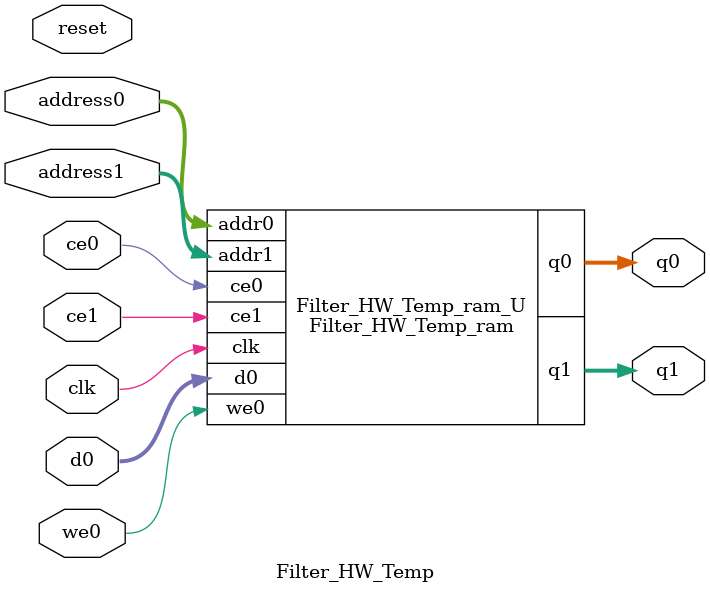
<source format=v>

`timescale 1 ns / 1 ps
module Filter_HW_Temp_ram (addr0, ce0, d0, we0, q0, addr1, ce1, q1,  clk);

parameter DWIDTH = 8;
parameter AWIDTH = 19;
parameter MEM_SIZE = 518400;

input[AWIDTH-1:0] addr0;
input ce0;
input[DWIDTH-1:0] d0;
input we0;
output reg[DWIDTH-1:0] q0;
input[AWIDTH-1:0] addr1;
input ce1;
output reg[DWIDTH-1:0] q1;
input clk;

(* ram_style = "block" *)reg [DWIDTH-1:0] ram[0:MEM_SIZE-1];




always @(posedge clk)  
begin 
    if (ce0) 
    begin
        if (we0) 
        begin 
            ram[addr0] <= d0; 
            q0 <= d0;
        end 
        else 
            q0 <= ram[addr0];
    end
end


always @(posedge clk)  
begin 
    if (ce1) 
    begin
            q1 <= ram[addr1];
    end
end


endmodule


`timescale 1 ns / 1 ps
module Filter_HW_Temp(
    reset,
    clk,
    address0,
    ce0,
    we0,
    d0,
    q0,
    address1,
    ce1,
    q1);

parameter DataWidth = 32'd8;
parameter AddressRange = 32'd518400;
parameter AddressWidth = 32'd19;
input reset;
input clk;
input[AddressWidth - 1:0] address0;
input ce0;
input we0;
input[DataWidth - 1:0] d0;
output[DataWidth - 1:0] q0;
input[AddressWidth - 1:0] address1;
input ce1;
output[DataWidth - 1:0] q1;



Filter_HW_Temp_ram Filter_HW_Temp_ram_U(
    .clk( clk ),
    .addr0( address0 ),
    .ce0( ce0 ),
    .d0( d0 ),
    .we0( we0 ),
    .q0( q0 ),
    .addr1( address1 ),
    .ce1( ce1 ),
    .q1( q1 ));

endmodule


</source>
